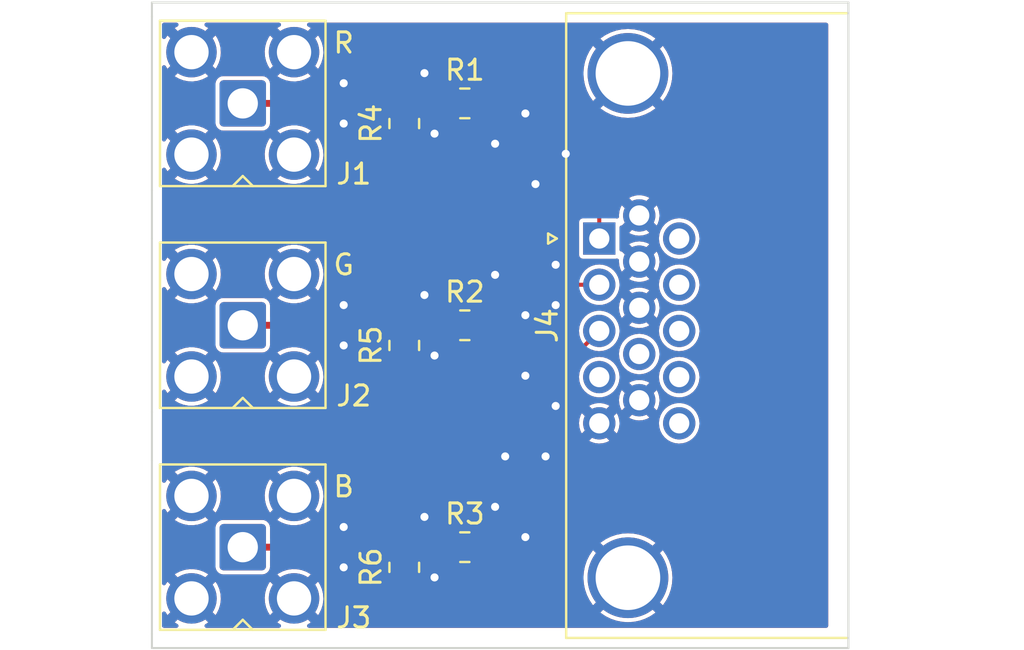
<source format=kicad_pcb>
(kicad_pcb (version 20211014) (generator pcbnew)
  (layers (0 "F.Cu" signal) (31 "B.Cu" signal) (34 "B.Paste" user) (35 "F.Paste" user) (36 "B.SilkS" user "B.Silkscreen") (37 "F.SilkS" user "F.Silkscreen") (38 "B.Mask" user) (39 "F.Mask" user) (44 "Edge.Cuts" user))
  (net 0 "")
  (net 1 "Net-(J1-Pad1)")
  (net 2 "GND")
  (net 3 "Net-(J2-Pad1)")
  (net 4 "Net-(J3-Pad1)")
  (net 5 "/vga_r")
  (net 6 "/vga_g")
  (net 7 "/vga_b")
  (footprint "Connector_Coaxial:SMA_Amphenol_901-143_Horizontal" (layer "F.Cu") (at 176 78 90)
    (fp_text reference "J1" (at -3.5 5.5) (layer "F.SilkS"))
    (fp_text value "Conn_Coaxial")
    (fp_line (start 4.1 -4.1) (end 4.1 4.1) (layer "F.SilkS") (width 0.12))
    (fp_line (start -4.1 -4.1) (end 4.1 -4.1) (layer "F.SilkS") (width 0.12))
    (fp_line (start -4.1 -4.1) (end -4.1 4.1) (layer "F.SilkS") (width 0.12))
    (fp_line (start -4.1 0.5) (end -3.6 0) (layer "F.SilkS") (width 0.12))
    (fp_line (start -3.6 0) (end -4.1 -0.5) (layer "F.SilkS") (width 0.12))
    (fp_line (start -4.1 4.1) (end 4.1 4.1) (layer "F.SilkS") (width 0.12))
    (fp_line (start 4.3 -4.5) (end -4.3 -4.5) (layer "Edge.Cuts") (width 0.1))
    (pad "1" thru_hole roundrect (at 0 0 90) (size 2.3 2.3) (drill 1.5) (layers *.Cu *.Mask) (roundrect_rratio 0.087) (net 1 "Net-(J1-Pad1)"))
    (pad "2" thru_hole circle (at 2.54 2.54 90) (size 2.5 2.5) (drill 1.7) (layers *.Cu *.Mask) (net 2 "GND"))
    (pad "2" thru_hole circle (at -2.54 -2.54 90) (size 2.5 2.5) (drill 1.7) (layers *.Cu *.Mask) (net 2 "GND"))
    (pad "2" thru_hole circle (at 2.54 -2.54 90) (size 2.5 2.5) (drill 1.7) (layers *.Cu *.Mask) (net 2 "GND"))
    (pad "2" thru_hole circle (at -2.54 2.54 90) (size 2.5 2.5) (drill 1.7) (layers *.Cu *.Mask) (net 2 "GND"))
  )
  (footprint "Resistor_SMD:R_0805_2012Metric_Pad1.20x1.40mm_HandSolder" (layer "F.Cu") (at 187 100)
    (fp_text reference "R3" (at 0 -1.65) (layer "F.SilkS"))
    (fp_text value "86.6")
    (fp_line (start -0.227064 -0.735) (end 0.227064 -0.735) (layer "F.SilkS") (width 0.12))
    (fp_line (start -0.227064 0.735) (end 0.227064 0.735) (layer "F.SilkS") (width 0.12))
    (pad "1" smd roundrect (at -1 0) (size 1.2 1.4) (layers "F.Cu" "F.Paste" "F.Mask") (roundrect_rratio 0.208333) (net 4 "Net-(J3-Pad1)"))
    (pad "2" smd roundrect (at 1 0) (size 1.2 1.4) (layers "F.Cu" "F.Paste" "F.Mask") (roundrect_rratio 0.208333) (net 7 "/vga_b"))
  )
  (footprint "Resistor_SMD:R_0805_2012Metric_Pad1.20x1.40mm_HandSolder" (layer "F.Cu") (at 184 79 90)
    (fp_text reference "R4" (at 0 -1.65 90) (layer "F.SilkS"))
    (fp_text value "43.3")
    (fp_line (start -0.227064 -0.735) (end 0.227064 -0.735) (layer "F.SilkS") (width 0.12))
    (fp_line (start -0.227064 0.735) (end 0.227064 0.735) (layer "F.SilkS") (width 0.12))
    (pad "1" smd roundrect (at -1 0 90) (size 1.2 1.4) (layers "F.Cu" "F.Paste" "F.Mask") (roundrect_rratio 0.208333) (net 2 "GND"))
    (pad "2" smd roundrect (at 1 0 90) (size 1.2 1.4) (layers "F.Cu" "F.Paste" "F.Mask") (roundrect_rratio 0.208333) (net 1 "Net-(J1-Pad1)"))
  )
  (footprint "Resistor_SMD:R_0805_2012Metric_Pad1.20x1.40mm_HandSolder" (layer "F.Cu") (at 187 78)
    (fp_text reference "R1" (at 0 -1.65) (layer "F.SilkS"))
    (fp_text value "86.6")
    (fp_line (start -0.227064 -0.735) (end 0.227064 -0.735) (layer "F.SilkS") (width 0.12))
    (fp_line (start -0.227064 0.735) (end 0.227064 0.735) (layer "F.SilkS") (width 0.12))
    (pad "1" smd roundrect (at -1 0) (size 1.2 1.4) (layers "F.Cu" "F.Paste" "F.Mask") (roundrect_rratio 0.208333) (net 1 "Net-(J1-Pad1)"))
    (pad "2" smd roundrect (at 1 0) (size 1.2 1.4) (layers "F.Cu" "F.Paste" "F.Mask") (roundrect_rratio 0.208333) (net 5 "/vga_r"))
  )
  (footprint "Connector_Coaxial:SMA_Amphenol_901-143_Horizontal" (layer "F.Cu") (at 176 89 90)
    (fp_text reference "J2" (at -3.5 5.5) (layer "F.SilkS"))
    (fp_text value "Conn_Coaxial")
    (fp_line (start -4.1 -4.1) (end -4.1 4.1) (layer "F.SilkS") (width 0.12))
    (fp_line (start -4.1 -4.1) (end 4.1 -4.1) (layer "F.SilkS") (width 0.12))
    (fp_line (start -4.1 4.1) (end 4.1 4.1) (layer "F.SilkS") (width 0.12))
    (fp_line (start 4.1 -4.1) (end 4.1 4.1) (layer "F.SilkS") (width 0.12))
    (fp_line (start -4.1 0.5) (end -3.6 0) (layer "F.SilkS") (width 0.12))
    (fp_line (start -3.6 0) (end -4.1 -0.5) (layer "F.SilkS") (width 0.12))
    (fp_line (start 4.3 -4.5) (end -4.3 -4.5) (layer "Edge.Cuts") (width 0.1))
    (pad "1" thru_hole roundrect (at 0 0 90) (size 2.3 2.3) (drill 1.5) (layers *.Cu *.Mask) (roundrect_rratio 0.087) (net 3 "Net-(J2-Pad1)"))
    (pad "2" thru_hole circle (at -2.54 2.54 90) (size 2.5 2.5) (drill 1.7) (layers *.Cu *.Mask) (net 2 "GND"))
    (pad "2" thru_hole circle (at 2.54 2.54 90) (size 2.5 2.5) (drill 1.7) (layers *.Cu *.Mask) (net 2 "GND"))
    (pad "2" thru_hole circle (at -2.54 -2.54 90) (size 2.5 2.5) (drill 1.7) (layers *.Cu *.Mask) (net 2 "GND"))
    (pad "2" thru_hole circle (at 2.54 -2.54 90) (size 2.5 2.5) (drill 1.7) (layers *.Cu *.Mask) (net 2 "GND"))
  )
  (footprint "Resistor_SMD:R_0805_2012Metric_Pad1.20x1.40mm_HandSolder" (layer "F.Cu") (at 184 101 90)
    (fp_text reference "R6" (at 0 -1.65 90) (layer "F.SilkS"))
    (fp_text value "43.3")
    (fp_line (start -0.227064 -0.735) (end 0.227064 -0.735) (layer "F.SilkS") (width 0.12))
    (fp_line (start -0.227064 0.735) (end 0.227064 0.735) (layer "F.SilkS") (width 0.12))
    (pad "1" smd roundrect (at -1 0 90) (size 1.2 1.4) (layers "F.Cu" "F.Paste" "F.Mask") (roundrect_rratio 0.208333) (net 2 "GND"))
    (pad "2" smd roundrect (at 1 0 90) (size 1.2 1.4) (layers "F.Cu" "F.Paste" "F.Mask") (roundrect_rratio 0.208333) (net 4 "Net-(J3-Pad1)"))
  )
  (footprint "Connector_Coaxial:SMA_Amphenol_901-143_Horizontal" (layer "F.Cu") (at 176 100 90)
    (fp_text reference "J3" (at -3.5 5.5) (layer "F.SilkS"))
    (fp_text value "Conn_Coaxial")
    (fp_line (start -4.1 4.1) (end 4.1 4.1) (layer "F.SilkS") (width 0.12))
    (fp_line (start -4.1 0.5) (end -3.6 0) (layer "F.SilkS") (width 0.12))
    (fp_line (start -3.6 0) (end -4.1 -0.5) (layer "F.SilkS") (width 0.12))
    (fp_line (start -4.1 -4.1) (end -4.1 4.1) (layer "F.SilkS") (width 0.12))
    (fp_line (start 4.1 -4.1) (end 4.1 4.1) (layer "F.SilkS") (width 0.12))
    (fp_line (start -4.1 -4.1) (end 4.1 -4.1) (layer "F.SilkS") (width 0.12))
    (fp_line (start 4.3 -4.5) (end -4.3 -4.5) (layer "Edge.Cuts") (width 0.1))
    (pad "1" thru_hole roundrect (at 0 0 90) (size 2.3 2.3) (drill 1.5) (layers *.Cu *.Mask) (roundrect_rratio 0.087) (net 4 "Net-(J3-Pad1)"))
    (pad "2" thru_hole circle (at -2.54 -2.54 90) (size 2.5 2.5) (drill 1.7) (layers *.Cu *.Mask) (net 2 "GND"))
    (pad "2" thru_hole circle (at 2.54 -2.54 90) (size 2.5 2.5) (drill 1.7) (layers *.Cu *.Mask) (net 2 "GND"))
    (pad "2" thru_hole circle (at 2.54 2.54 90) (size 2.5 2.5) (drill 1.7) (layers *.Cu *.Mask) (net 2 "GND"))
    (pad "2" thru_hole circle (at -2.54 2.54 90) (size 2.5 2.5) (drill 1.7) (layers *.Cu *.Mask) (net 2 "GND"))
  )
  (footprint "Connector_Dsub:DSUB-15-HD_Female_Horizontal_P2.29x1.98mm_EdgePinOffset8.35mm_Housed_MountingHolesOffset10.89mm" (layer "F.Cu") (at 193.659669 84.7 90)
    (fp_text reference "J4" (at -4.315 -2.58 90) (layer "F.SilkS"))
    (fp_text value "DB15_Female_HighDensity_MountingHoles")
    (fp_line (start -19.8 -1.64) (end 11.17 -1.64) (layer "F.SilkS") (width 0.12))
    (fp_line (start 0.25 -2.534338) (end 0 -2.101325) (layer "F.SilkS") (width 0.12))
    (fp_line (start 11.17 -1.64) (end 11.17 12.25) (layer "F.SilkS") (width 0.12))
    (fp_line (start -0.25 -2.534338) (end 0.25 -2.534338) (layer "F.SilkS") (width 0.12))
    (fp_line (start -19.8 12.25) (end -19.8 -1.64) (layer "F.SilkS") (width 0.12))
    (fp_line (start 0 -2.101325) (end -0.25 -2.534338) (layer "F.SilkS") (width 0.12))
    (pad "0" thru_hole circle (at -16.815 1.42 90) (size 4 4) (drill 3.2) (layers *.Cu *.Mask) (net 2 "GND"))
    (pad "0" thru_hole circle (at 8.185 1.42 90) (size 4 4) (drill 3.2) (layers *.Cu *.Mask) (net 2 "GND"))
    (pad "1" thru_hole rect (at 0 0 90) (size 1.6 1.6) (drill 1) (layers *.Cu *.Mask) (net 5 "/vga_r"))
    (pad "2" thru_hole circle (at -2.29 0 90) (size 1.6 1.6) (drill 1) (layers *.Cu *.Mask) (net 6 "/vga_g"))
    (pad "3" thru_hole circle (at -4.58 0 90) (size 1.6 1.6) (drill 1) (layers *.Cu *.Mask) (net 7 "/vga_b"))
    (pad "4" thru_hole circle (at -6.87 0 90) (size 1.6 1.6) (drill 1) (layers *.Cu *.Mask))
    (pad "5" thru_hole circle (at -9.16 0 90) (size 1.6 1.6) (drill 1) (layers *.Cu *.Mask) (net 2 "GND"))
    (pad "6" thru_hole circle (at 1.145 1.98 90) (size 1.6 1.6) (drill 1) (layers *.Cu *.Mask) (net 2 "GND"))
    (pad "7" thru_hole circle (at -1.145 1.98 90) (size 1.6 1.6) (drill 1) (layers *.Cu *.Mask) (net 2 "GND"))
    (pad "8" thru_hole circle (at -3.435 1.98 90) (size 1.6 1.6) (drill 1) (layers *.Cu *.Mask) (net 2 "GND"))
    (pad "9" thru_hole circle (at -5.725 1.98 90) (size 1.6 1.6) (drill 1) (layers *.Cu *.Mask))
    (pad "10" thru_hole circle (at -8.015 1.98 90) (size 1.6 1.6) (drill 1) (layers *.Cu *.Mask) (net 2 "GND"))
    (pad "11" thru_hole circle (at 0 3.96 90) (size 1.6 1.6) (drill 1) (layers *.Cu *.Mask))
    (pad "12" thru_hole circle (at -2.29 3.96 90) (size 1.6 1.6) (drill 1) (layers *.Cu *.Mask))
    (pad "13" thru_hole circle (at -4.58 3.96 90) (size 1.6 1.6) (drill 1) (layers *.Cu *.Mask))
    (pad "14" thru_hole circle (at -6.87 3.96 90) (size 1.6 1.6) (drill 1) (layers *.Cu *.Mask))
    (pad "15" thru_hole circle (at -9.16 3.96 90) (size 1.6 1.6) (drill 1) (layers *.Cu *.Mask))
  )
  (footprint "Resistor_SMD:R_0805_2012Metric_Pad1.20x1.40mm_HandSolder" (layer "F.Cu") (at 184 90 90)
    (fp_text reference "R5" (at 0 -1.65 90) (layer "F.SilkS"))
    (fp_text value "43.3")
    (fp_line (start -0.227064 -0.735) (end 0.227064 -0.735) (layer "F.SilkS") (width 0.12))
    (fp_line (start -0.227064 0.735) (end 0.227064 0.735) (layer "F.SilkS") (width 0.12))
    (pad "1" smd roundrect (at -1 0 90) (size 1.2 1.4) (layers "F.Cu" "F.Paste" "F.Mask") (roundrect_rratio 0.208333) (net 2 "GND"))
    (pad "2" smd roundrect (at 1 0 90) (size 1.2 1.4) (layers "F.Cu" "F.Paste" "F.Mask") (roundrect_rratio 0.208333) (net 3 "Net-(J2-Pad1)"))
  )
  (footprint "Resistor_SMD:R_0805_2012Metric_Pad1.20x1.40mm_HandSolder" (layer "F.Cu") (at 187 89)
    (fp_text reference "R2" (at 0 -1.65) (layer "F.SilkS"))
    (fp_text value "86.6")
    (fp_line (start -0.227064 0.735) (end 0.227064 0.735) (layer "F.SilkS") (width 0.12))
    (fp_line (start -0.227064 -0.735) (end 0.227064 -0.735) (layer "F.SilkS") (width 0.12))
    (pad "1" smd roundrect (at -1 0) (size 1.2 1.4) (layers "F.Cu" "F.Paste" "F.Mask") (roundrect_rratio 0.208333) (net 3 "Net-(J2-Pad1)"))
    (pad "2" smd roundrect (at 1 0) (size 1.2 1.4) (layers "F.Cu" "F.Paste" "F.Mask") (roundrect_rratio 0.208333) (net 6 "/vga_g"))
  )
  (gr_line (start 206 105) (end 206 73) (layer "Edge.Cuts") (width 0.1))
  (gr_line (start 171.5 73) (end 171.5 73.7) (layer "Edge.Cuts") (width 0.1))
  (gr_line (start 171.5 104.3) (end 171.5 105) (layer "Edge.Cuts") (width 0.1))
  (gr_line (start 171.5 93.3) (end 171.5 95.7) (layer "Edge.Cuts") (width 0.1))
  (gr_line (start 171.5 82.3) (end 171.5 84.7) (layer "Edge.Cuts") (width 0.1))
  (gr_line (start 171.5 105) (end 206 105) (layer "Edge.Cuts") (width 0.1))
  (gr_line (start 206 73) (end 171.5 73) (layer "Edge.Cuts") (width 0.1))
  (gr_text "R" (at 181 75) (layer "F.SilkS") (effects (font (size 1 1))))
  (gr_text "B" (at 181 97) (layer "F.SilkS") (effects (font (size 1 1))))
  (gr_text "G" (at 181 86) (layer "F.SilkS") (effects (font (size 1 1))))
  (segment (start 184 78) (end 176 78) (width 0.340535) (layer "F.Cu") (net 1))
  (segment (start 186 78) (end 184 78) (width 0.340535) (layer "F.Cu") (net 1))
  (via (at 185.5 90.5) (size 0.8) (drill 0.4) (layers "F.Cu" "B.Cu") (net 2))
  (via (at 181 77) (size 0.8) (drill 0.4) (layers "F.Cu" "B.Cu") (net 2))
  (via (at 181 101) (size 0.8) (drill 0.4) (layers "F.Cu" "B.Cu") (net 2))
  (via (at 190.5 82) (size 0.8) (drill 0.4) (layers "F.Cu" "B.Cu") (net 2))
  (via (at 190 91.5) (size 0.8) (drill 0.4) (layers "F.Cu" "B.Cu") (net 2))
  (via (at 188.5 98) (size 0.8) (drill 0.4) (layers "F.Cu" "B.Cu") (net 2))
  (via (at 185 76.5) (size 0.8) (drill 0.4) (layers "F.Cu" "B.Cu") (net 2))
  (via (at 190 88.5) (size 0.8) (drill 0.4) (layers "F.Cu" "B.Cu") (net 2))
  (via (at 192 80.5) (size 0.8) (drill 0.4) (layers "F.Cu" "B.Cu") (net 2))
  (via (at 185 98.5) (size 0.8) (drill 0.4) (layers "F.Cu" "B.Cu") (net 2))
  (via (at 191.5 88) (size 0.8) (drill 0.4) (layers "F.Cu" "B.Cu") (net 2))
  (via (at 188.5 86.5) (size 0.8) (drill 0.4) (layers "F.Cu" "B.Cu") (net 2))
  (via (at 181 99) (size 0.8) (drill 0.4) (layers "F.Cu" "B.Cu") (net 2))
  (via (at 181 79) (size 0.8) (drill 0.4) (layers "F.Cu" "B.Cu") (net 2))
  (via (at 190 78.5) (size 0.8) (drill 0.4) (layers "F.Cu" "B.Cu") (net 2))
  (via (at 189 95.5) (size 0.8) (drill 0.4) (layers "F.Cu" "B.Cu") (net 2))
  (via (at 185.5 79.5) (size 0.8) (drill 0.4) (layers "F.Cu" "B.Cu") (net 2))
  (via (at 188.5 80) (size 0.8) (drill 0.4) (layers "F.Cu" "B.Cu") (net 2))
  (via (at 185 87.5) (size 0.8) (drill 0.4) (layers "F.Cu" "B.Cu") (net 2))
  (via (at 185.5 101.5) (size 0.8) (drill 0.4) (layers "F.Cu" "B.Cu") (net 2))
  (via (at 191.5 93) (size 0.8) (drill 0.4) (layers "F.Cu" "B.Cu") (net 2))
  (via (at 191.5 86) (size 0.8) (drill 0.4) (layers "F.Cu" "B.Cu") (net 2))
  (via (at 191 95.5) (size 0.8) (drill 0.4) (layers "F.Cu" "B.Cu") (net 2))
  (via (at 181 88) (size 0.8) (drill 0.4) (layers "F.Cu" "B.Cu") (net 2))
  (via (at 181 90) (size 0.8) (drill 0.4) (layers "F.Cu" "B.Cu") (net 2))
  (via (at 190 99.5) (size 0.8) (drill 0.4) (layers "F.Cu" "B.Cu") (net 2))
  (segment (start 186 89) (end 184 89) (width 0.340535) (layer "F.Cu") (net 3))
  (segment (start 184 89) (end 176 89) (width 0.340535) (layer "F.Cu") (net 3))
  (segment (start 186 100) (end 184 100) (width 0.340535) (layer "F.Cu") (net 4))
  (segment (start 184 100) (end 176 100) (width 0.340535) (layer "F.Cu") (net 4))
  (segment (start 193.659669 83.659669) (end 188 78) (width 0.2) (layer "F.Cu") (net 5))
  (segment (start 193.659669 84.7) (end 193.659669 83.659669) (width 0.2) (layer "F.Cu") (net 5))
  (segment (start 190.01 86.99) (end 188 89) (width 0.2) (layer "F.Cu") (net 6))
  (segment (start 193.659669 86.99) (end 190.01 86.99) (width 0.2) (layer "F.Cu") (net 6))
  (segment (start 190 98) (end 188 100) (width 0.2) (layer "F.Cu") (net 7))
  (segment (start 190 92.939669) (end 190 98) (width 0.2) (layer "F.Cu") (net 7))
  (segment (start 193.659669 89.28) (end 190 92.939669) (width 0.2) (layer "F.Cu") (net 7))
  (zone (net 2) (net_name "GND") (layers F&B.Cu) (connect_pads (clearance 0.2)) (min_thickness 0.2) (fill yes (thermal_gap 0.2) (thermal_bridge_width 0.508))
    (polygon (pts (xy 205 104) (xy 172 104) (xy 172 74) (xy 205 74)))
  )
)
</source>
